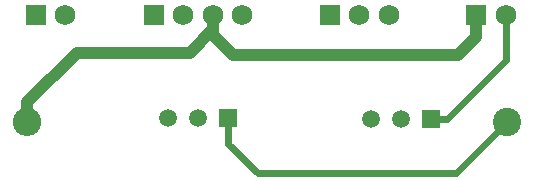
<source format=gbr>
G04 #@! TF.GenerationSoftware,KiCad,Pcbnew,5.0.1*
G04 #@! TF.CreationDate,2019-03-20T13:16:57+05:30*
G04 #@! TF.ProjectId,heater,6865617465722E6B696361645F706362,rev?*
G04 #@! TF.SameCoordinates,Original*
G04 #@! TF.FileFunction,Copper,L2,Bot,Signal*
G04 #@! TF.FilePolarity,Positive*
%FSLAX46Y46*%
G04 Gerber Fmt 4.6, Leading zero omitted, Abs format (unit mm)*
G04 Created by KiCad (PCBNEW 5.0.1) date Wed 20 Mar 2019 01:16:57 PM IST*
%MOMM*%
%LPD*%
G01*
G04 APERTURE LIST*
G04 #@! TA.AperFunction,ComponentPad*
%ADD10O,2.400000X2.400000*%
G04 #@! TD*
G04 #@! TA.AperFunction,ComponentPad*
%ADD11C,2.400000*%
G04 #@! TD*
G04 #@! TA.AperFunction,ComponentPad*
%ADD12C,1.750000*%
G04 #@! TD*
G04 #@! TA.AperFunction,ComponentPad*
%ADD13R,1.750000X1.750000*%
G04 #@! TD*
G04 #@! TA.AperFunction,ComponentPad*
%ADD14R,1.520000X1.520000*%
G04 #@! TD*
G04 #@! TA.AperFunction,ComponentPad*
%ADD15C,1.520000*%
G04 #@! TD*
G04 #@! TA.AperFunction,Conductor*
%ADD16C,1.000000*%
G04 #@! TD*
G04 #@! TA.AperFunction,Conductor*
%ADD17C,0.600000*%
G04 #@! TD*
G04 APERTURE END LIST*
D10*
G04 #@! TO.P,R2,2*
G04 #@! TO.N,+12V*
X130760000Y-95900000D03*
D11*
G04 #@! TO.P,R2,1*
G04 #@! TO.N,Net-(Q1-Pad1)*
X171400000Y-95900000D03*
G04 #@! TD*
D12*
G04 #@! TO.P,J1,4*
G04 #@! TO.N,Net-(J1-Pad4)*
X149000000Y-86800000D03*
G04 #@! TO.P,J1,3*
G04 #@! TO.N,+12V*
X146500000Y-86800000D03*
G04 #@! TO.P,J1,2*
G04 #@! TO.N,+5V*
X144000000Y-86800000D03*
D13*
G04 #@! TO.P,J1,1*
G04 #@! TO.N,GND*
X141500000Y-86800000D03*
G04 #@! TD*
D12*
G04 #@! TO.P,J2,3*
G04 #@! TO.N,/toMcu*
X161400000Y-86800000D03*
G04 #@! TO.P,J2,2*
G04 #@! TO.N,/fromMcuR*
X158900000Y-86800000D03*
D13*
G04 #@! TO.P,J2,1*
G04 #@! TO.N,/fromMcuF*
X156400000Y-86800000D03*
G04 #@! TD*
D12*
G04 #@! TO.P,J4,2*
G04 #@! TO.N,Net-(J4-Pad2)*
X171300000Y-86800000D03*
D13*
G04 #@! TO.P,J4,1*
G04 #@! TO.N,+12V*
X168800000Y-86800000D03*
G04 #@! TD*
D14*
G04 #@! TO.P,Q2,1*
G04 #@! TO.N,Net-(J4-Pad2)*
X165000001Y-95600000D03*
D15*
G04 #@! TO.P,Q2,3*
G04 #@! TO.N,GND*
X159920001Y-95600000D03*
G04 #@! TO.P,Q2,2*
G04 #@! TO.N,Net-(Q2-Pad2)*
X162460001Y-95600000D03*
G04 #@! TD*
D13*
G04 #@! TO.P,J3,1*
G04 #@! TO.N,GND*
X131500000Y-86800000D03*
D12*
G04 #@! TO.P,J3,2*
G04 #@! TO.N,/toMcu*
X134000000Y-86800000D03*
G04 #@! TD*
D14*
G04 #@! TO.P,Q1,1*
G04 #@! TO.N,Net-(Q1-Pad1)*
X147800000Y-95500000D03*
D15*
G04 #@! TO.P,Q1,3*
G04 #@! TO.N,GND*
X142720000Y-95500000D03*
G04 #@! TO.P,Q1,2*
G04 #@! TO.N,Net-(Q1-Pad2)*
X145260000Y-95500000D03*
G04 #@! TD*
D16*
G04 #@! TO.N,+12V*
X168800000Y-88675000D02*
X168800000Y-86800000D01*
X167275000Y-90200000D02*
X168800000Y-88675000D01*
X146500000Y-88037436D02*
X146500000Y-86800000D01*
X146500000Y-88500000D02*
X148200000Y-90200000D01*
X146500000Y-88037436D02*
X146500000Y-88500000D01*
X148200000Y-90200000D02*
X167275000Y-90200000D01*
X136800000Y-90000000D02*
X144537436Y-90000000D01*
X130760000Y-95900000D02*
X130760000Y-94202944D01*
X130760000Y-94202944D02*
X134962944Y-90000000D01*
X134962944Y-90000000D02*
X136800000Y-90000000D01*
X144537436Y-90000000D02*
X146500000Y-88037436D01*
D17*
G04 #@! TO.N,Net-(Q1-Pad1)*
X147800000Y-97700000D02*
X147800000Y-95500000D01*
X150300000Y-100200000D02*
X147800000Y-97700000D01*
X167100000Y-100200000D02*
X165500000Y-100200000D01*
X171400000Y-95900000D02*
X167100000Y-100200000D01*
X165500000Y-100200000D02*
X150300000Y-100200000D01*
G04 #@! TO.N,Net-(J4-Pad2)*
X171300000Y-88037436D02*
X171300000Y-86800000D01*
X171300000Y-90660001D02*
X171300000Y-88037436D01*
X166360001Y-95600000D02*
X171300000Y-90660001D01*
X165000001Y-95600000D02*
X166360001Y-95600000D01*
G04 #@! TD*
M02*

</source>
